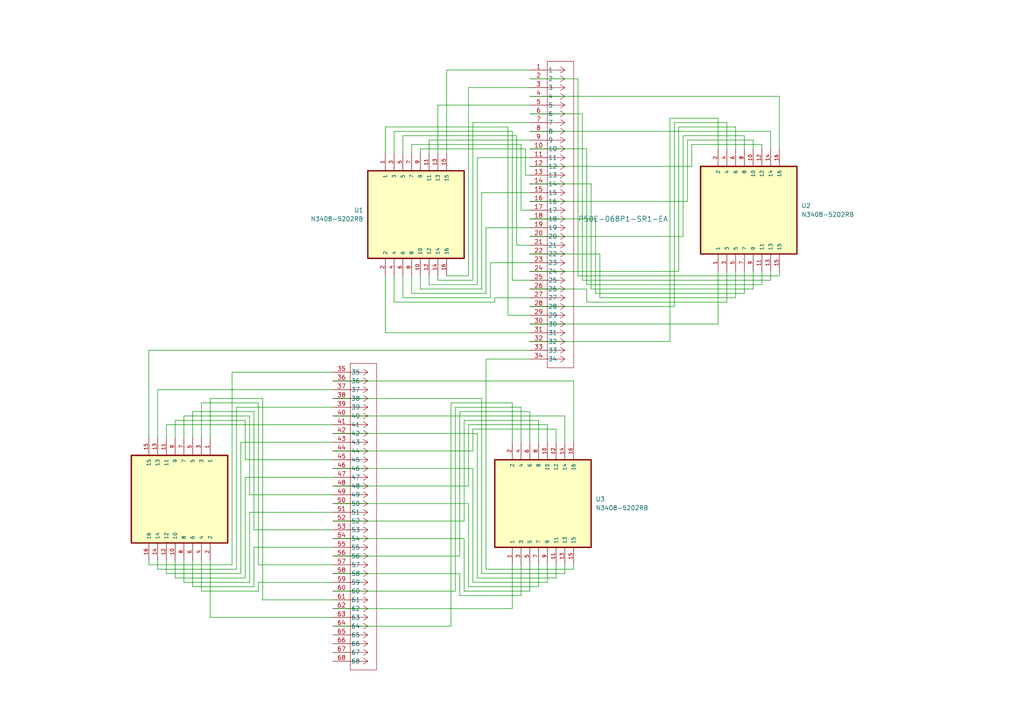
<source format=kicad_sch>
(kicad_sch (version 20230121) (generator eeschema)
  (paper "A4")
  (title_block (title "DarkQuest MiniDAQ Patch Panel") (rev "2.0") (comment 1 "Converts from 2x34 (32) 0.05\" to 2x8 0.10\""))
  (lib_symbols
    (symbol "Connector_Generic:N3408-5202RB" (pin_names (offset 1.016))
      (property "Reference" "U" (at -5.207 11.0236 0))
      (property "Value" "N3408-5202RB" (at -4.0894 -20.8534 0))
      (symbol "N3408-5202RB_0_0"
        (pin passive line (at -17.78 5.08 0) (length 5.08) (name "1") (number "1"))
        (pin passive line (at 17.78 -5.08 180) (length 5.08) (name "10") (number "10"))
        (pin passive line (at -17.78 -7.62 0) (length 5.08) (name "11") (number "11"))
        (pin passive line (at 17.78 -7.62 180) (length 5.08) (name "12") (number "12"))
        (pin passive line (at -17.78 -10.16 0) (length 5.08) (name "13") (number "13"))
        (pin passive line (at 17.78 -10.16 180) (length 5.08) (name "14") (number "14"))
        (pin passive line (at -17.78 -12.7 0) (length 5.08) (name "15") (number "15"))
        (pin passive line (at 17.78 -12.7 180) (length 5.08) (name "16") (number "16"))
        (pin passive line (at 17.78 5.08 180) (length 5.08) (name "2") (number "2"))
        (pin passive line (at -17.78 2.54 0) (length 5.08) (name "3") (number "3"))
        (pin passive line (at 17.78 2.54 180) (length 5.08) (name "4") (number "4"))
        (pin passive line (at -17.78 0 0) (length 5.08) (name "5") (number "5"))
        (pin passive line (at 17.78 0 180) (length 5.08) (name "6") (number "6"))
        (pin passive line (at -17.78 -2.54 0) (length 5.08) (name "7") (number "7"))
        (pin passive line (at 17.78 -2.54 180) (length 5.08) (name "8") (number "8"))
        (pin passive line (at -17.78 -5.08 0) (length 5.08) (name "9") (number "9"))
      )
    )
    (symbol "Connector_Generic:P50E-068P1-SR1-EA" (pin_names (offset 0.254))
      (property "Reference" "J" (at 8.89 6.35 0))
      (property "Value" "P50E-068P1-SR1-EA" (at 0 0 0))
      (symbol "P50E-068P1-SR1-EA_1_1"
        (pin unspecified line (at 0 0 0) (length 5.08) (name "1") (number "1"))
        (pin unspecified line (at 0 -22.86 0) (length 5.08) (name "10") (number "10"))
        (pin unspecified line (at 0 -25.4 0) (length 5.08) (name "11") (number "11"))
        (pin unspecified line (at 0 -27.94 0) (length 5.08) (name "12") (number "12"))
        (pin unspecified line (at 0 -30.48 0) (length 5.08) (name "13") (number "13"))
        (pin unspecified line (at 0 -33.02 0) (length 5.08) (name "14") (number "14"))
        (pin unspecified line (at 0 -35.56 0) (length 5.08) (name "15") (number "15"))
        (pin unspecified line (at 0 -38.1 0) (length 5.08) (name "16") (number "16"))
        (pin unspecified line (at 0 -40.64 0) (length 5.08) (name "17") (number "17"))
        (pin unspecified line (at 0 -43.18 0) (length 5.08) (name "18") (number "18"))
        (pin unspecified line (at 0 -45.72 0) (length 5.08) (name "19") (number "19"))
        (pin unspecified line (at 0 -2.54 0) (length 5.08) (name "2") (number "2"))
        (pin unspecified line (at 0 -48.26 0) (length 5.08) (name "20") (number "20"))
        (pin unspecified line (at 0 -50.8 0) (length 5.08) (name "21") (number "21"))
        (pin unspecified line (at 0 -53.34 0) (length 5.08) (name "22") (number "22"))
        (pin unspecified line (at 0 -55.88 0) (length 5.08) (name "23") (number "23"))
        (pin unspecified line (at 0 -58.42 0) (length 5.08) (name "24") (number "24"))
        (pin unspecified line (at 0 -60.96 0) (length 5.08) (name "25") (number "25"))
        (pin unspecified line (at 0 -63.5 0) (length 5.08) (name "26") (number "26"))
        (pin unspecified line (at 0 -66.04 0) (length 5.08) (name "27") (number "27"))
        (pin unspecified line (at 0 -68.58 0) (length 5.08) (name "28") (number "28"))
        (pin unspecified line (at 0 -71.12 0) (length 5.08) (name "29") (number "29"))
        (pin unspecified line (at 0 -5.08 0) (length 5.08) (name "3") (number "3"))
        (pin unspecified line (at 0 -73.66 0) (length 5.08) (name "30") (number "30"))
        (pin unspecified line (at 0 -76.2 0) (length 5.08) (name "31") (number "31"))
        (pin unspecified line (at 0 -78.74 0) (length 5.08) (name "32") (number "32"))
        (pin unspecified line (at 0 -81.28 0) (length 5.08) (name "33") (number "33"))
        (pin unspecified line (at 0 -83.82 0) (length 5.08) (name "34") (number "34"))
        (pin unspecified line (at 0 -7.62 0) (length 5.08) (name "4") (number "4"))
        (pin unspecified line (at 0 -10.16 0) (length 5.08) (name "5") (number "5"))
        (pin unspecified line (at 0 -12.7 0) (length 5.08) (name "6") (number "6"))
        (pin unspecified line (at 0 -15.24 0) (length 5.08) (name "7") (number "7"))
        (pin unspecified line (at 0 -17.78 0) (length 5.08) (name "8") (number "8"))
        (pin unspecified line (at 0 -20.32 0) (length 5.08) (name "9") (number "9"))
      )
      (symbol "P50E-068P1-SR1-EA_1_2"
        (pin unspecified line (at 0 0 0) (length 5.08) (name "1") (number "1"))
        (pin unspecified line (at 0 -22.86 0) (length 5.08) (name "10") (number "10"))
        (pin unspecified line (at 0 -25.4 0) (length 5.08) (name "11") (number "11"))
        (pin unspecified line (at 0 -27.94 0) (length 5.08) (name "12") (number "12"))
        (pin unspecified line (at 0 -30.48 0) (length 5.08) (name "13") (number "13"))
        (pin unspecified line (at 0 -33.02 0) (length 5.08) (name "14") (number "14"))
        (pin unspecified line (at 0 -35.56 0) (length 5.08) (name "15") (number "15"))
        (pin unspecified line (at 0 -38.1 0) (length 5.08) (name "16") (number "16"))
        (pin unspecified line (at 0 -40.64 0) (length 5.08) (name "17") (number "17"))
        (pin unspecified line (at 0 -43.18 0) (length 5.08) (name "18") (number "18"))
        (pin unspecified line (at 0 -45.72 0) (length 5.08) (name "19") (number "19"))
        (pin unspecified line (at 0 -2.54 0) (length 5.08) (name "2") (number "2"))
        (pin unspecified line (at 0 -48.26 0) (length 5.08) (name "20") (number "20"))
        (pin unspecified line (at 0 -50.8 0) (length 5.08) (name "21") (number "21"))
        (pin unspecified line (at 0 -53.34 0) (length 5.08) (name "22") (number "22"))
        (pin unspecified line (at 0 -55.88 0) (length 5.08) (name "23") (number "23"))
        (pin unspecified line (at 0 -58.42 0) (length 5.08) (name "24") (number "24"))
        (pin unspecified line (at 0 -60.96 0) (length 5.08) (name "25") (number "25"))
        (pin unspecified line (at 0 -63.5 0) (length 5.08) (name "26") (number "26"))
        (pin unspecified line (at 0 -66.04 0) (length 5.08) (name "27") (number "27"))
        (pin unspecified line (at 0 -68.58 0) (length 5.08) (name "28") (number "28"))
        (pin unspecified line (at 0 -71.12 0) (length 5.08) (name "29") (number "29"))
        (pin unspecified line (at 0 -5.08 0) (length 5.08) (name "3") (number "3"))
        (pin unspecified line (at 0 -73.66 0) (length 5.08) (name "30") (number "30"))
        (pin unspecified line (at 0 -76.2 0) (length 5.08) (name "31") (number "31"))
        (pin unspecified line (at 0 -78.74 0) (length 5.08) (name "32") (number "32"))
        (pin unspecified line (at 0 -81.28 0) (length 5.08) (name "33") (number "33"))
        (pin unspecified line (at 0 -83.82 0) (length 5.08) (name "34") (number "34"))
        (pin unspecified line (at 0 -7.62 0) (length 5.08) (name "4") (number "4"))
        (pin unspecified line (at 0 -10.16 0) (length 5.08) (name "5") (number "5"))
        (pin unspecified line (at 0 -12.7 0) (length 5.08) (name "6") (number "6"))
        (pin unspecified line (at 0 -15.24 0) (length 5.08) (name "7") (number "7"))
        (pin unspecified line (at 0 -17.78 0) (length 5.08) (name "8") (number "8"))
        (pin unspecified line (at 0 -20.32 0) (length 5.08) (name "9") (number "9"))
      )
      (symbol "P50E-068P1-SR1-EA_2_1"
        (pin unspecified line (at 0 0 0) (length 5.08) (name "35") (number "35"))
        (pin unspecified line (at 0 -2.54 0) (length 5.08) (name "36") (number "36"))
        (pin unspecified line (at 0 -5.08 0) (length 5.08) (name "37") (number "37"))
        (pin unspecified line (at 0 -7.62 0) (length 5.08) (name "38") (number "38"))
        (pin unspecified line (at 0 -10.16 0) (length 5.08) (name "39") (number "39"))
        (pin unspecified line (at 0 -12.7 0) (length 5.08) (name "40") (number "40"))
        (pin unspecified line (at 0 -15.24 0) (length 5.08) (name "41") (number "41"))
        (pin unspecified line (at 0 -17.78 0) (length 5.08) (name "42") (number "42"))
        (pin unspecified line (at 0 -20.32 0) (length 5.08) (name "43") (number "43"))
        (pin unspecified line (at 0 -22.86 0) (length 5.08) (name "44") (number "44"))
        (pin unspecified line (at 0 -25.4 0) (length 5.08) (name "45") (number "45"))
        (pin unspecified line (at 0 -27.94 0) (length 5.08) (name "46") (number "46"))
        (pin unspecified line (at 0 -30.48 0) (length 5.08) (name "47") (number "47"))
        (pin unspecified line (at 0 -33.02 0) (length 5.08) (name "48") (number "48"))
        (pin unspecified line (at 0 -35.56 0) (length 5.08) (name "49") (number "49"))
        (pin unspecified line (at 0 -38.1 0) (length 5.08) (name "50") (number "50"))
        (pin unspecified line (at 0 -40.64 0) (length 5.08) (name "51") (number "51"))
        (pin unspecified line (at 0 -43.18 0) (length 5.08) (name "52") (number "52"))
        (pin unspecified line (at 0 -45.72 0) (length 5.08) (name "53") (number "53"))
        (pin unspecified line (at 0 -48.26 0) (length 5.08) (name "54") (number "54"))
        (pin unspecified line (at 0 -50.8 0) (length 5.08) (name "55") (number "55"))
        (pin unspecified line (at 0 -53.34 0) (length 5.08) (name "56") (number "56"))
        (pin unspecified line (at 0 -55.88 0) (length 5.08) (name "57") (number "57"))
        (pin unspecified line (at 0 -58.42 0) (length 5.08) (name "58") (number "58"))
        (pin unspecified line (at 0 -60.96 0) (length 5.08) (name "59") (number "59"))
        (pin unspecified line (at 0 -63.5 0) (length 5.08) (name "60") (number "60"))
        (pin unspecified line (at 0 -66.04 0) (length 5.08) (name "61") (number "61"))
        (pin unspecified line (at 0 -68.58 0) (length 5.08) (name "62") (number "62"))
        (pin unspecified line (at 0 -71.12 0) (length 5.08) (name "63") (number "63"))
        (pin unspecified line (at 0 -73.66 0) (length 5.08) (name "64") (number "64"))
        (pin unspecified line (at 0 -76.2 0) (length 5.08) (name "65") (number "65"))
        (pin unspecified line (at 0 -78.74 0) (length 5.08) (name "66") (number "66"))
        (pin unspecified line (at 0 -81.28 0) (length 5.08) (name "67") (number "67"))
        (pin unspecified line (at 0 -83.82 0) (length 5.08) (name "68") (number "68"))
      )
      (symbol "P50E-068P1-SR1-EA_2_2"
        (pin unspecified line (at 0 0 0) (length 5.08) (name "35") (number "35"))
        (pin unspecified line (at 0 -2.54 0) (length 5.08) (name "36") (number "36"))
        (pin unspecified line (at 0 -5.08 0) (length 5.08) (name "37") (number "37"))
        (pin unspecified line (at 0 -7.62 0) (length 5.08) (name "38") (number "38"))
        (pin unspecified line (at 0 -10.16 0) (length 5.08) (name "39") (number "39"))
        (pin unspecified line (at 0 -12.7 0) (length 5.08) (name "40") (number "40"))
        (pin unspecified line (at 0 -15.24 0) (length 5.08) (name "41") (number "41"))
        (pin unspecified line (at 0 -17.78 0) (length 5.08) (name "42") (number "42"))
        (pin unspecified line (at 0 -20.32 0) (length 5.08) (name "43") (number "43"))
        (pin unspecified line (at 0 -22.86 0) (length 5.08) (name "44") (number "44"))
        (pin unspecified line (at 0 -25.4 0) (length 5.08) (name "45") (number "45"))
        (pin unspecified line (at 0 -27.94 0) (length 5.08) (name "46") (number "46"))
        (pin unspecified line (at 0 -30.48 0) (length 5.08) (name "47") (number "47"))
        (pin unspecified line (at 0 -33.02 0) (length 5.08) (name "48") (number "48"))
        (pin unspecified line (at 0 -35.56 0) (length 5.08) (name "49") (number "49"))
        (pin unspecified line (at 0 -38.1 0) (length 5.08) (name "50") (number "50"))
        (pin unspecified line (at 0 -40.64 0) (length 5.08) (name "51") (number "51"))
        (pin unspecified line (at 0 -43.18 0) (length 5.08) (name "52") (number "52"))
        (pin unspecified line (at 0 -45.72 0) (length 5.08) (name "53") (number "53"))
        (pin unspecified line (at 0 -48.26 0) (length 5.08) (name "54") (number "54"))
        (pin unspecified line (at 0 -50.8 0) (length 5.08) (name "55") (number "55"))
        (pin unspecified line (at 0 -53.34 0) (length 5.08) (name "56") (number "56"))
        (pin unspecified line (at 0 -55.88 0) (length 5.08) (name "57") (number "57"))
        (pin unspecified line (at 0 -58.42 0) (length 5.08) (name "58") (number "58"))
        (pin unspecified line (at 0 -60.96 0) (length 5.08) (name "59") (number "59"))
        (pin unspecified line (at 0 -63.5 0) (length 5.08) (name "60") (number "60"))
        (pin unspecified line (at 0 -66.04 0) (length 5.08) (name "61") (number "61"))
        (pin unspecified line (at 0 -68.58 0) (length 5.08) (name "62") (number "62"))
        (pin unspecified line (at 0 -71.12 0) (length 5.08) (name "63") (number "63"))
        (pin unspecified line (at 0 -73.66 0) (length 5.08) (name "64") (number "64"))
        (pin unspecified line (at 0 -76.2 0) (length 5.08) (name "65") (number "65"))
        (pin unspecified line (at 0 -78.74 0) (length 5.08) (name "66") (number "66"))
        (pin unspecified line (at 0 -81.28 0) (length 5.08) (name "67") (number "67"))
        (pin unspecified line (at 0 -83.82 0) (length 5.08) (name "68") (number "68"))
      )
    )
  )
  (wire (pts (xy 166.37 165.1) (xy 166.37 163.83)))
  (wire (pts (xy 163.83 120.65) (xy 163.83 128.27)))
  (wire (pts (xy 135.89 140.97) (xy 135.89 123.19)))
  (wire (pts (xy 143.51 87.63) (xy 114.3 87.63)))
  (wire (pts (xy 166.37 110.49) (xy 166.37 128.27)))
  (wire (pts (xy 153.67 63.5) (xy 172.72 63.5)))
  (wire (pts (xy 226.06 80.01) (xy 226.06 78.74)))
  (wire (pts (xy 135.89 80.01) (xy 129.54 80.01)))
  (wire (pts (xy 194.31 34.29) (xy 208.28 34.29)))
  (wire (pts (xy 71.12 138.43) (xy 71.12 167.64)))
  (wire (pts (xy 73.66 158.75) (xy 73.66 170.18)))
  (wire (pts (xy 172.72 63.5) (xy 172.72 85.09)))
  (wire (pts (xy 153.67 101.6) (xy 43.18 101.6)))
  (wire (pts (xy 200.66 41.91) (xy 220.98 41.91)))
  (wire (pts (xy 76.2 173.99) (xy 76.2 115.57)))
  (wire (pts (xy 96.52 146.05) (xy 135.89 146.05)))
  (wire (pts (xy 111.76 36.83) (xy 111.76 44.45)))
  (wire (pts (xy 133.35 119.38) (xy 133.35 161.29)))
  (wire (pts (xy 96.52 168.91) (xy 74.93 168.91)))
  (wire (pts (xy 153.67 27.94) (xy 226.06 27.94)))
  (wire (pts (xy 153.67 38.1) (xy 223.52 38.1)))
  (wire (pts (xy 153.67 35.56) (xy 137.16 35.56)))
  (wire (pts (xy 153.67 53.34) (xy 171.45 53.34)))
  (wire (pts (xy 151.13 41.91) (xy 119.38 41.91)))
  (wire (pts (xy 153.67 68.58) (xy 198.12 68.58)))
  (wire (pts (xy 148.59 81.28) (xy 148.59 38.1)))
  (wire (pts (xy 149.86 71.12) (xy 149.86 39.37)))
  (wire (pts (xy 48.26 123.19) (xy 48.26 127)))
  (wire (pts (xy 161.29 124.46) (xy 161.29 128.27)))
  (wire (pts (xy 124.46 40.64) (xy 124.46 44.45)))
  (wire (pts (xy 139.7 83.82) (xy 121.92 83.82)))
  (wire (pts (xy 137.16 135.89) (xy 137.16 168.91)))
  (wire (pts (xy 96.52 166.37) (xy 133.35 166.37)))
  (wire (pts (xy 45.72 113.03) (xy 45.72 127)))
  (wire (pts (xy 124.46 82.55) (xy 124.46 80.01)))
  (wire (pts (xy 218.44 78.74) (xy 218.44 83.82)))
  (wire (pts (xy 170.18 82.55) (xy 220.98 82.55)))
  (wire (pts (xy 96.52 158.75) (xy 73.66 158.75)))
  (wire (pts (xy 153.67 78.74) (xy 196.85 78.74)))
  (wire (pts (xy 138.43 125.73) (xy 138.43 167.64)))
  (wire (pts (xy 153.67 91.44) (xy 147.32 91.44)))
  (wire (pts (xy 96.52 133.35) (xy 71.12 133.35)))
  (wire (pts (xy 53.34 120.65) (xy 53.34 127)))
  (wire (pts (xy 163.83 166.37) (xy 163.83 163.83)))
  (wire (pts (xy 223.52 81.28) (xy 223.52 78.74)))
  (wire (pts (xy 130.81 116.84) (xy 148.59 116.84)))
  (wire (pts (xy 195.58 35.56) (xy 210.82 35.56)))
  (wire (pts (xy 74.93 171.45) (xy 58.42 171.45)))
  (wire (pts (xy 153.67 171.45) (xy 153.67 163.83)))
  (wire (pts (xy 161.29 167.64) (xy 161.29 163.83)))
  (wire (pts (xy 119.38 41.91) (xy 119.38 44.45)))
  (wire (pts (xy 147.32 91.44) (xy 147.32 36.83)))
  (wire (pts (xy 140.97 165.1) (xy 166.37 165.1)))
  (wire (pts (xy 153.67 33.02) (xy 168.91 33.02)))
  (wire (pts (xy 153.67 119.38) (xy 153.67 128.27)))
  (wire (pts (xy 74.93 163.83) (xy 74.93 116.84)))
  (wire (pts (xy 147.32 36.83) (xy 111.76 36.83)))
  (wire (pts (xy 58.42 116.84) (xy 58.42 127)))
  (wire (pts (xy 130.81 181.61) (xy 130.81 116.84)))
  (wire (pts (xy 210.82 87.63) (xy 210.82 78.74)))
  (wire (pts (xy 149.86 39.37) (xy 116.84 39.37)))
  (wire (pts (xy 116.84 80.01) (xy 116.84 86.36)))
  (wire (pts (xy 67.31 163.83) (xy 43.18 163.83)))
  (wire (pts (xy 121.92 43.18) (xy 121.92 44.45)))
  (wire (pts (xy 96.52 176.53) (xy 148.59 176.53)))
  (wire (pts (xy 137.16 168.91) (xy 158.75 168.91)))
  (wire (pts (xy 153.67 93.98) (xy 208.28 93.98)))
  (wire (pts (xy 173.99 86.36) (xy 213.36 86.36)))
  (wire (pts (xy 220.98 78.74) (xy 220.98 82.55)))
  (wire (pts (xy 138.43 167.64) (xy 161.29 167.64)))
  (wire (pts (xy 223.52 38.1) (xy 223.52 43.18)))
  (wire (pts (xy 133.35 119.38) (xy 153.67 119.38)))
  (wire (pts (xy 43.18 101.6) (xy 43.18 127)))
  (wire (pts (xy 73.66 153.67) (xy 73.66 119.38)))
  (wire (pts (xy 167.64 80.01) (xy 226.06 80.01)))
  (wire (pts (xy 140.97 104.14) (xy 140.97 165.1)))
  (wire (pts (xy 153.67 86.36) (xy 143.51 86.36)))
  (wire (pts (xy 134.62 121.92) (xy 156.21 121.92)))
  (wire (pts (xy 156.21 170.18) (xy 156.21 163.83)))
  (wire (pts (xy 72.39 148.59) (xy 72.39 168.91)))
  (wire (pts (xy 215.9 39.37) (xy 215.9 43.18)))
  (wire (pts (xy 170.18 83.82) (xy 170.18 87.63)))
  (wire (pts (xy 96.52 148.59) (xy 72.39 148.59)))
  (wire (pts (xy 96.52 125.73) (xy 138.43 125.73)))
  (wire (pts (xy 153.67 76.2) (xy 142.24 76.2)))
  (wire (pts (xy 194.31 99.06) (xy 194.31 34.29)))
  (wire (pts (xy 198.12 39.37) (xy 215.9 39.37)))
  (wire (pts (xy 114.3 38.1) (xy 114.3 44.45)))
  (wire (pts (xy 139.7 115.57) (xy 139.7 166.37)))
  (wire (pts (xy 196.85 78.74) (xy 196.85 36.83)))
  (wire (pts (xy 151.13 172.72) (xy 151.13 163.83)))
  (wire (pts (xy 48.26 166.37) (xy 48.26 162.56)))
  (wire (pts (xy 196.85 36.83) (xy 213.36 36.83)))
  (wire (pts (xy 171.45 53.34) (xy 171.45 83.82)))
  (wire (pts (xy 153.67 45.72) (xy 138.43 45.72)))
  (wire (pts (xy 55.88 162.56) (xy 55.88 170.18)))
  (wire (pts (xy 153.67 30.48) (xy 127 30.48)))
  (wire (pts (xy 50.8 121.92) (xy 50.8 127)))
  (wire (pts (xy 153.67 22.86) (xy 167.64 22.86)))
  (wire (pts (xy 208.28 93.98) (xy 208.28 78.74)))
  (wire (pts (xy 133.35 161.29) (xy 96.52 161.29)))
  (wire (pts (xy 210.82 35.56) (xy 210.82 43.18)))
  (wire (pts (xy 71.12 121.92) (xy 50.8 121.92)))
  (wire (pts (xy 73.66 119.38) (xy 55.88 119.38)))
  (wire (pts (xy 215.9 85.09) (xy 215.9 78.74)))
  (wire (pts (xy 151.13 60.96) (xy 151.13 41.91)))
  (wire (pts (xy 96.52 107.95) (xy 67.31 107.95)))
  (wire (pts (xy 153.67 50.8) (xy 152.4 50.8)))
  (wire (pts (xy 170.18 43.18) (xy 170.18 82.55)))
  (wire (pts (xy 73.66 170.18) (xy 55.88 170.18)))
  (wire (pts (xy 142.24 76.2) (xy 142.24 86.36)))
  (wire (pts (xy 96.52 153.67) (xy 73.66 153.67)))
  (wire (pts (xy 132.08 171.45) (xy 132.08 118.11)))
  (wire (pts (xy 195.58 88.9) (xy 195.58 35.56)))
  (wire (pts (xy 140.97 66.04) (xy 140.97 85.09)))
  (wire (pts (xy 138.43 82.55) (xy 124.46 82.55)))
  (wire (pts (xy 138.43 45.72) (xy 138.43 82.55)))
  (wire (pts (xy 133.35 172.72) (xy 151.13 172.72)))
  (wire (pts (xy 121.92 80.01) (xy 121.92 83.82)))
  (wire (pts (xy 153.67 60.96) (xy 151.13 60.96)))
  (wire (pts (xy 151.13 118.11) (xy 151.13 128.27)))
  (wire (pts (xy 137.16 81.28) (xy 127 81.28)))
  (wire (pts (xy 72.39 120.65) (xy 53.34 120.65)))
  (wire (pts (xy 153.67 83.82) (xy 170.18 83.82)))
  (wire (pts (xy 213.36 36.83) (xy 213.36 43.18)))
  (wire (pts (xy 148.59 176.53) (xy 148.59 163.83)))
  (wire (pts (xy 135.89 123.19) (xy 158.75 123.19)))
  (wire (pts (xy 68.58 165.1) (xy 45.72 165.1)))
  (wire (pts (xy 134.62 151.13) (xy 134.62 121.92)))
  (wire (pts (xy 58.42 162.56) (xy 58.42 171.45)))
  (wire (pts (xy 139.7 166.37) (xy 163.83 166.37)))
  (wire (pts (xy 153.67 88.9) (xy 195.58 88.9)))
  (wire (pts (xy 153.67 81.28) (xy 148.59 81.28)))
  (wire (pts (xy 198.12 68.58) (xy 198.12 39.37)))
  (wire (pts (xy 43.18 163.83) (xy 43.18 162.56)))
  (wire (pts (xy 96.52 138.43) (xy 71.12 138.43)))
  (wire (pts (xy 60.96 179.07) (xy 60.96 162.56)))
  (wire (pts (xy 218.44 40.64) (xy 218.44 43.18)))
  (wire (pts (xy 153.67 96.52) (xy 111.76 96.52)))
  (wire (pts (xy 96.52 181.61) (xy 130.81 181.61)))
  (wire (pts (xy 96.52 123.19) (xy 48.26 123.19)))
  (wire (pts (xy 96.52 140.97) (xy 135.89 140.97)))
  (wire (pts (xy 153.67 25.4) (xy 135.89 25.4)))
  (wire (pts (xy 127 81.28) (xy 127 80.01)))
  (wire (pts (xy 133.35 166.37) (xy 133.35 172.72)))
  (wire (pts (xy 96.52 163.83) (xy 74.93 163.83)))
  (wire (pts (xy 76.2 115.57) (xy 60.96 115.57)))
  (wire (pts (xy 143.51 86.36) (xy 143.51 87.63)))
  (wire (pts (xy 96.52 113.03) (xy 45.72 113.03)))
  (wire (pts (xy 168.91 33.02) (xy 168.91 81.28)))
  (wire (pts (xy 153.67 99.06) (xy 194.31 99.06)))
  (wire (pts (xy 50.8 167.64) (xy 50.8 162.56)))
  (wire (pts (xy 220.98 41.91) (xy 220.98 43.18)))
  (wire (pts (xy 199.39 40.64) (xy 218.44 40.64)))
  (wire (pts (xy 67.31 107.95) (xy 67.31 163.83)))
  (wire (pts (xy 69.85 128.27) (xy 69.85 166.37)))
  (wire (pts (xy 158.75 168.91) (xy 158.75 163.83)))
  (wire (pts (xy 96.52 179.07) (xy 60.96 179.07)))
  (wire (pts (xy 199.39 58.42) (xy 199.39 40.64)))
  (wire (pts (xy 140.97 85.09) (xy 119.38 85.09)))
  (wire (pts (xy 60.96 115.57) (xy 60.96 127)))
  (wire (pts (xy 137.16 124.46) (xy 161.29 124.46)))
  (wire (pts (xy 135.89 146.05) (xy 135.89 170.18)))
  (wire (pts (xy 153.67 40.64) (xy 124.46 40.64)))
  (wire (pts (xy 156.21 121.92) (xy 156.21 128.27)))
  (wire (pts (xy 74.93 168.91) (xy 74.93 171.45)))
  (wire (pts (xy 96.52 115.57) (xy 139.7 115.57)))
  (wire (pts (xy 134.62 171.45) (xy 153.67 171.45)))
  (wire (pts (xy 153.67 71.12) (xy 149.86 71.12)))
  (wire (pts (xy 153.67 66.04) (xy 140.97 66.04)))
  (wire (pts (xy 158.75 123.19) (xy 158.75 128.27)))
  (wire (pts (xy 129.54 20.32) (xy 129.54 44.45)))
  (wire (pts (xy 72.39 168.91) (xy 53.34 168.91)))
  (wire (pts (xy 134.62 156.21) (xy 134.62 171.45)))
  (wire (pts (xy 153.67 55.88) (xy 139.7 55.88)))
  (wire (pts (xy 119.38 80.01) (xy 119.38 85.09)))
  (wire (pts (xy 72.39 143.51) (xy 72.39 120.65)))
  (wire (pts (xy 68.58 118.11) (xy 68.58 165.1)))
  (wire (pts (xy 96.52 151.13) (xy 134.62 151.13)))
  (wire (pts (xy 116.84 39.37) (xy 116.84 44.45)))
  (wire (pts (xy 127 30.48) (xy 127 44.45)))
  (wire (pts (xy 129.54 20.32) (xy 153.67 20.32)))
  (wire (pts (xy 96.52 156.21) (xy 134.62 156.21)))
  (wire (pts (xy 96.52 110.49) (xy 166.37 110.49)))
  (wire (pts (xy 69.85 166.37) (xy 48.26 166.37)))
  (wire (pts (xy 152.4 43.18) (xy 121.92 43.18)))
  (wire (pts (xy 153.67 58.42) (xy 199.39 58.42)))
  (wire (pts (xy 96.52 173.99) (xy 76.2 173.99)))
  (wire (pts (xy 170.18 87.63) (xy 210.82 87.63)))
  (wire (pts (xy 53.34 162.56) (xy 53.34 168.91)))
  (wire (pts (xy 172.72 85.09) (xy 215.9 85.09)))
  (wire (pts (xy 96.52 171.45) (xy 132.08 171.45)))
  (wire (pts (xy 135.89 25.4) (xy 135.89 80.01)))
  (wire (pts (xy 208.28 34.29) (xy 208.28 43.18)))
  (wire (pts (xy 153.67 104.14) (xy 140.97 104.14)))
  (wire (pts (xy 153.67 48.26) (xy 200.66 48.26)))
  (wire (pts (xy 213.36 86.36) (xy 213.36 78.74)))
  (wire (pts (xy 71.12 133.35) (xy 71.12 121.92)))
  (wire (pts (xy 148.59 116.84) (xy 148.59 128.27)))
  (wire (pts (xy 45.72 165.1) (xy 45.72 162.56)))
  (wire (pts (xy 173.99 73.66) (xy 173.99 86.36)))
  (wire (pts (xy 96.52 118.11) (xy 68.58 118.11)))
  (wire (pts (xy 96.52 135.89) (xy 137.16 135.89)))
  (wire (pts (xy 96.52 143.51) (xy 72.39 143.51)))
  (wire (pts (xy 96.52 128.27) (xy 69.85 128.27)))
  (wire (pts (xy 96.52 130.81) (xy 137.16 130.81)))
  (wire (pts (xy 168.91 81.28) (xy 223.52 81.28)))
  (wire (pts (xy 71.12 167.64) (xy 50.8 167.64)))
  (wire (pts (xy 226.06 27.94) (xy 226.06 43.18)))
  (wire (pts (xy 142.24 86.36) (xy 116.84 86.36)))
  (wire (pts (xy 153.67 73.66) (xy 173.99 73.66)))
  (wire (pts (xy 55.88 119.38) (xy 55.88 127)))
  (wire (pts (xy 137.16 130.81) (xy 137.16 124.46)))
  (wire (pts (xy 171.45 83.82) (xy 218.44 83.82)))
  (wire (pts (xy 135.89 170.18) (xy 156.21 170.18)))
  (wire (pts (xy 132.08 118.11) (xy 151.13 118.11)))
  (wire (pts (xy 137.16 35.56) (xy 137.16 81.28)))
  (wire (pts (xy 200.66 48.26) (xy 200.66 41.91)))
  (wire (pts (xy 167.64 22.86) (xy 167.64 80.01)))
  (wire (pts (xy 148.59 38.1) (xy 114.3 38.1)))
  (wire (pts (xy 74.93 116.84) (xy 58.42 116.84)))
  (wire (pts (xy 96.52 120.65) (xy 163.83 120.65)))
  (wire (pts (xy 111.76 80.01) (xy 111.76 96.52)))
  (wire (pts (xy 153.67 43.18) (xy 170.18 43.18)))
  (wire (pts (xy 152.4 50.8) (xy 152.4 43.18)))
  (wire (pts (xy 114.3 80.01) (xy 114.3 87.63)))
  (wire (pts (xy 139.7 55.88) (xy 139.7 83.82)))
  (symbol (lib_id "Connector_Generic:N3408-5202RB") (at 213.36 60.96 90) (unit 1)
    (property "Reference" "U2" (at 232.41 59.69 90) (effects (justify right)))
    (property "Value" "N3408-5202RB" (at 232.41 62.23 90) (effects (justify right)))
    (property "Footprint" "Connector:3M_N3408-5202RB" (effects hide))
    (property "MPN" "N3408-5202RB" (effects hide))
    (property "OC_FARNELL" "9838554" (effects hide))
    (property "OC_NEWARK" "97K6734" (effects hide))
    (property "SUPPLIER" "3M" (effects hide))
    (property "PACKAGE" "Header-Right Angle-16Pin" (effects hide))
  )
  (symbol (lib_id "Connector_Generic:N3408-5202RB") (at 153.67 146.05 90) (unit 1)
    (property "Reference" "U3" (at 172.72 144.78 90) (effects (justify right)))
    (property "Value" "N3408-5202RB" (at 172.72 147.32 90) (effects (justify right)))
    (property "Footprint" "3M_N3408-5202RB" (effects hide))
    (property "MPN" "N3408-5202RB" (effects hide))
    (property "OC_FARNELL" "9838554" (effects hide))
    (property "OC_NEWARK" "97K6734" (effects hide))
    (property "SUPPLIER" "3M" (effects hide))
    (property "PACKAGE" "Header-Right Angle-16Pin" (effects hide))
  )
  (symbol (lib_id "Connector_Generic:P50E-068P1-SR1-EA") (at 153.67 20.32 0) (unit 1)
    (property "Reference" "J1" (effects hide))
    (property "Value" "P50E-068P1-SR1-EA" (at 167.64 63.5 0) (effects (font (size 1.524 1.524)) (justify left)))
    (property "Footprint" "Connector:CONN_P50E-068P1-SR1-EA_3MM" (effects hide))
    (property "Datasheet" "P50E-068P1-SR1-EA" (effects hide))
  )
  (symbol (lib_id "Connector_Generic:N3408-5202RB") (at 55.88 144.78 270) (unit 1)
    (property "Reference" "U4" (effects hide))
    (property "Value" "N3408-5202RB" (effects hide))
    (property "Footprint" "Connector:3M_N3408-5202RB" (effects hide))
    (property "MPN" "N3408-5202RB" (effects hide))
    (property "OC_FARNELL" "9838554" (effects hide))
    (property "OC_NEWARK" "97K6734" (effects hide))
    (property "SUPPLIER" "3M" (effects hide))
    (property "PACKAGE" "Header-Right Angle-16Pin" (effects hide))
  )
  (symbol (lib_id "Connector_Generic:P50E-068P1-SR1-EA") (at 96.52 107.95 0) (unit 2)
    (property "Reference" "J1" (effects hide))
    (property "Value" "P50E-068P1-SR1-EA" (effects hide))
    (property "Footprint" "Connector:CONN_P50E-068P1-SR1-EA_3MM" (effects hide))
    (property "Datasheet" "P50E-068P1-SR1-EA" (effects hide))
  )
  (symbol (lib_id "Connector_Generic:N3408-5202RB") (at 116.84 62.23 90) (mirror x) (unit 1)
    (property "Reference" "U1" (at 105.41 60.96 90) (effects (justify left)))
    (property "Value" "N3408-5202RB" (at 105.41 63.5 90) (effects (justify left)))
    (property "Footprint" "Connector:3M_N3408-5202RB" (effects hide))
    (property "MPN" "N3408-5202RB" (effects hide))
    (property "OC_FARNELL" "9838554" (effects hide))
    (property "OC_NEWARK" "97K6734" (effects hide))
    (property "SUPPLIER" "3M" (effects hide))
    (property "PACKAGE" "Header-Right Angle-16Pin" (effects hide))
  )
)
</source>
